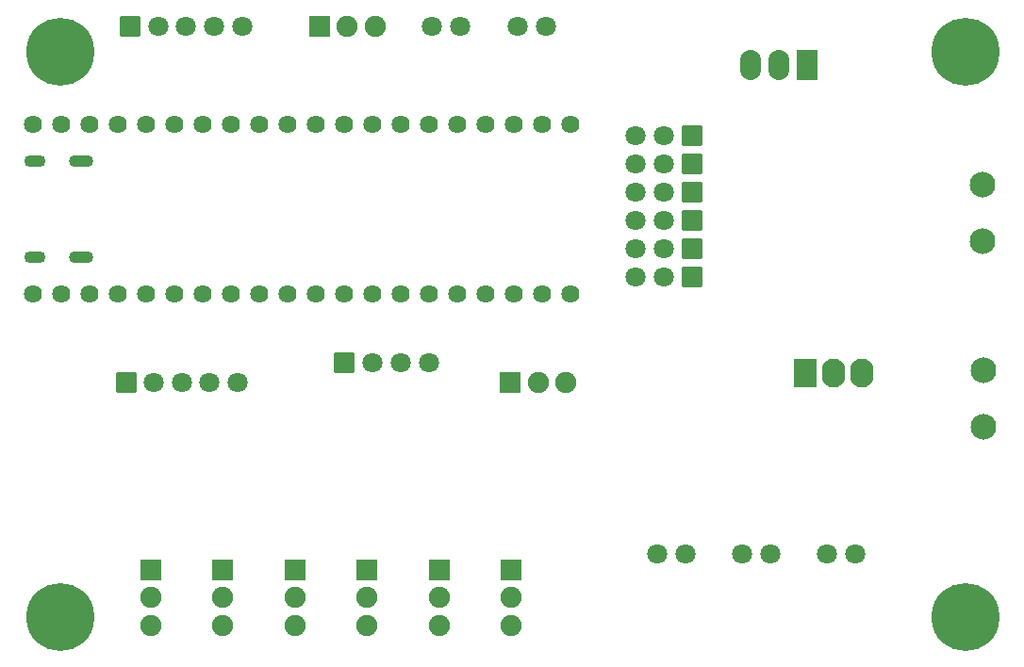
<source format=gbs>
G04 Layer: BottomSolderMaskLayer*
G04 EasyEDA Pro v2.2.34.8, 2025-01-04 05:44:47*
G04 Gerber Generator version 0.3*
G04 Scale: 100 percent, Rotated: No, Reflected: No*
G04 Dimensions in millimeters*
G04 Leading zeros omitted, absolute positions, 4 integers and 5 decimals*
%FSLAX45Y45*%
%MOMM*%
%AMRoundRect*1,1,$1,$2,$3*1,1,$1,$4,$5*1,1,$1,0-$2,0-$3*1,1,$1,0-$4,0-$5*20,1,$1,$2,$3,$4,$5,0*20,1,$1,$4,$5,0-$2,0-$3,0*20,1,$1,0-$2,0-$3,0-$4,0-$5,0*20,1,$1,0-$4,0-$5,$2,$3,0*4,1,4,$2,$3,$4,$5,0-$2,0-$3,0-$4,0-$5,$2,$3,0*%
%ADD10C,6.10159*%
%ADD11O,2.20002X1.10002*%
%ADD12O,1.90002X1.10002*%
%ADD13C,2.302*%
%ADD14RoundRect,0.09654X-0.85273X0.85273X0.85273X0.85273*%
%ADD15C,1.802*%
%ADD16RoundRect,0.09654X0.85273X-0.85273X-0.85273X-0.85273*%
%ADD17O,1.902X2.702*%
%ADD18RoundRect,0.09681X0.90259X-1.30259X-0.90259X-1.30259*%
%ADD19O,2.102X2.602*%
%ADD20RoundRect,0.09728X-1.00236X1.25236X1.00236X1.25236*%
%ADD21C,1.9016*%
%ADD22RoundRect,0.09645X0.90257X-0.90257X-0.90257X-0.90257*%
%ADD23C,1.626*%
%ADD24RoundRect,0.09645X-0.90257X-0.90257X-0.90257X0.90257*%
G75*


G04 Pad Start*
G54D10*
G01X8636000Y-508008D03*
G01X8636000Y-5588008D03*
G01X508000Y-5588008D03*
G01X508000Y-508008D03*
G54D11*
G01X698701Y-1485694D03*
G54D12*
G01X280693Y-1485694D03*
G01X280693Y-2349701D03*
G54D11*
G01X698701Y-2349701D03*
G54D13*
G01X8788400Y-1701884D03*
G01X8788400Y-2209884D03*
G01X8801100Y-3365584D03*
G01X8801100Y-3873584D03*
G54D14*
G01X3060700Y-3302008D03*
G54D15*
G01X3314700Y-3301982D03*
G01X3568700Y-3301982D03*
G01X3822700Y-3301982D03*
G54D16*
G01X6184900Y-1257308D03*
G54D15*
G01X5930900Y-1257308D03*
G01X5676900Y-1257308D03*
G54D16*
G01X6184900Y-2019308D03*
G54D15*
G01X5930900Y-2019308D03*
G01X5676900Y-2019308D03*
G54D16*
G01X6184900Y-1511308D03*
G54D15*
G01X5930900Y-1511308D03*
G01X5676900Y-1511308D03*
G54D16*
G01X6184900Y-1765308D03*
G54D15*
G01X5930900Y-1765308D03*
G01X5676900Y-1765308D03*
G54D17*
G01X6959309Y-623091D03*
G01X6705284Y-622101D03*
G54D18*
G01X7213309Y-623091D03*
G54D19*
G01X7454892Y-3390900D03*
G01X7708892Y-3390900D03*
G54D20*
G01X7200892Y-3390900D03*
G54D15*
G01X3848100Y-279408D03*
G01X4102100Y-279408D03*
G54D21*
G01X3336100Y-279400D03*
G01X3086113Y-279400D03*
G54D22*
G01X2836101Y-279400D03*
G54D21*
G01X5050600Y-3479800D03*
G01X4800613Y-3479800D03*
G54D22*
G01X4550601Y-3479800D03*
G54D15*
G01X4611326Y-279408D03*
G01X4865326Y-279408D03*
G01X6883400Y-5016492D03*
G01X6629400Y-5016492D03*
G01X6121400Y-5016492D03*
G01X5867400Y-5016492D03*
G01X7645400Y-5016492D03*
G01X7391400Y-5016492D03*
G54D23*
G01X5092700Y-2679708D03*
G01X4838700Y-2679708D03*
G01X4584700Y-2679708D03*
G01X4330700Y-2679708D03*
G01X4076700Y-2679708D03*
G01X3822700Y-2679708D03*
G01X3568700Y-2679708D03*
G01X3314700Y-2679708D03*
G01X3060700Y-2679708D03*
G01X2806700Y-2679708D03*
G01X2552700Y-2679708D03*
G01X2298700Y-2679708D03*
G01X2044700Y-2679708D03*
G01X1790700Y-2679708D03*
G01X1536700Y-2679708D03*
G01X1282700Y-2679708D03*
G01X1028700Y-2679708D03*
G01X774700Y-2679708D03*
G01X520700Y-2679708D03*
G01X266700Y-2679708D03*
G01X266700Y-1155708D03*
G01X520700Y-1155708D03*
G01X774700Y-1155708D03*
G01X1028700Y-1155708D03*
G01X1282700Y-1155708D03*
G01X1536700Y-1155708D03*
G01X1790700Y-1155708D03*
G01X2044700Y-1155708D03*
G01X2298700Y-1155708D03*
G01X2552700Y-1155708D03*
G01X2806700Y-1155708D03*
G01X3060700Y-1155708D03*
G01X3314700Y-1155708D03*
G01X3568700Y-1155708D03*
G01X3822700Y-1155708D03*
G01X4076700Y-1155708D03*
G01X4330700Y-1155708D03*
G01X4584700Y-1155708D03*
G01X4838700Y-1155708D03*
G01X5092700Y-1155708D03*
G54D16*
G01X6184900Y-2273308D03*
G54D15*
G01X5930900Y-2273308D03*
G01X5676900Y-2273308D03*
G54D16*
G01X6184900Y-2527308D03*
G54D15*
G01X5930900Y-2527308D03*
G01X5676900Y-2527308D03*
G54D21*
G01X1320800Y-5660199D03*
G01X1320800Y-5410213D03*
G54D24*
G01X1320800Y-5160200D03*
G54D21*
G01X1968500Y-5660199D03*
G01X1968500Y-5410213D03*
G54D24*
G01X1968500Y-5160200D03*
G54D21*
G01X2616200Y-5660199D03*
G01X2616200Y-5410213D03*
G54D24*
G01X2616200Y-5160200D03*
G54D21*
G01X3263900Y-5660199D03*
G01X3263900Y-5410213D03*
G54D24*
G01X3263900Y-5160200D03*
G54D21*
G01X3911600Y-5660199D03*
G01X3911600Y-5410213D03*
G54D24*
G01X3911600Y-5160200D03*
G54D21*
G01X4559300Y-5660199D03*
G01X4559300Y-5410213D03*
G54D24*
G01X4559300Y-5160200D03*
G54D15*
G01X2138299Y-275653D03*
G01X1888287Y-275653D03*
G01X1638300Y-275653D03*
G01X1388288Y-275653D03*
G54D16*
G01X1138301Y-275653D03*
G54D15*
G01X2100199Y-3476053D03*
G01X1850187Y-3476053D03*
G01X1600200Y-3476053D03*
G01X1350188Y-3476053D03*
G54D16*
G01X1100201Y-3476053D03*
G04 Pad End*

M02*


</source>
